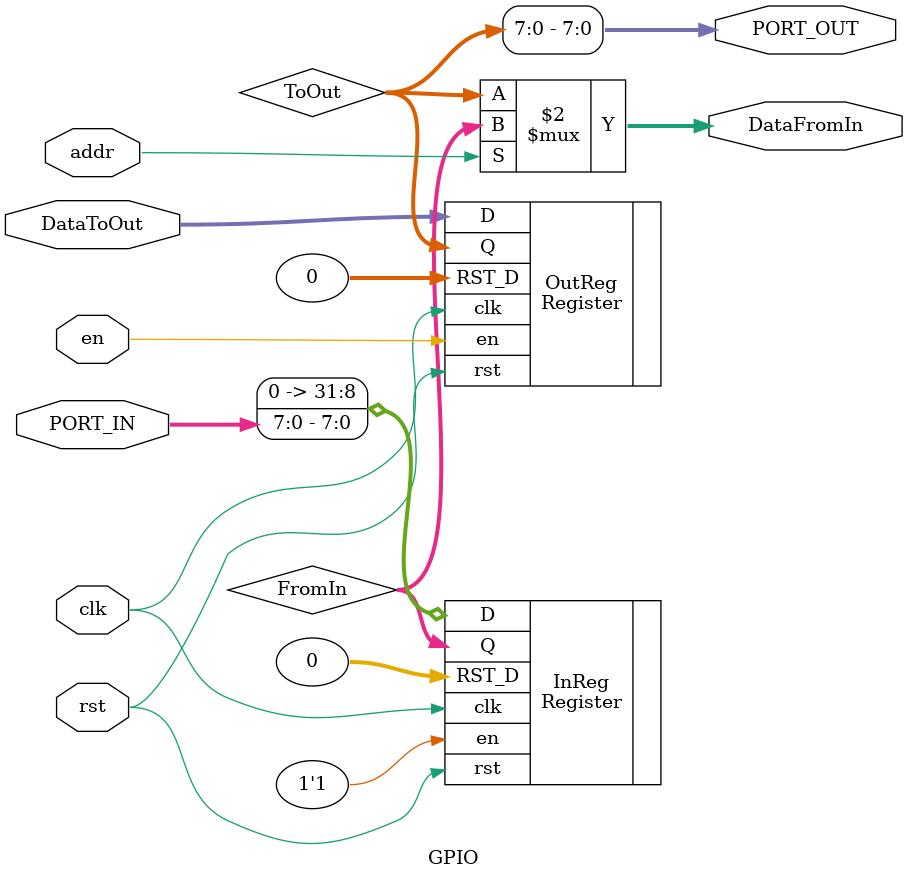
<source format=v>
module GPIO(
	input clk,
	input rst,
	input en,
	input addr,
	input [31:0]DataToOut,
	input [7:0]PORT_IN,
	output [7:0]PORT_OUT,
	output [31:0]DataFromIn
);
wire [31:0]ToOut, FromIn;
assign DataFromIn = (addr == 1'b0)? ToOut:FromIn;
assign PORT_OUT = ToOut[7:0];
Register #(.DATA_WIDTH(32)) InReg(
.D({{24{1'b0}},PORT_IN}),
.RST_D(32'h0000_0000),
.rst(rst),
.en(1'b1),
.clk(clk),
.Q(FromIn)
);

Register #(.DATA_WIDTH(32)) OutReg(
.D(DataToOut),
.RST_D(32'h0000_0000),
.rst(rst),
.en(en),
.clk(clk),
.Q(ToOut)
);

endmodule
</source>
